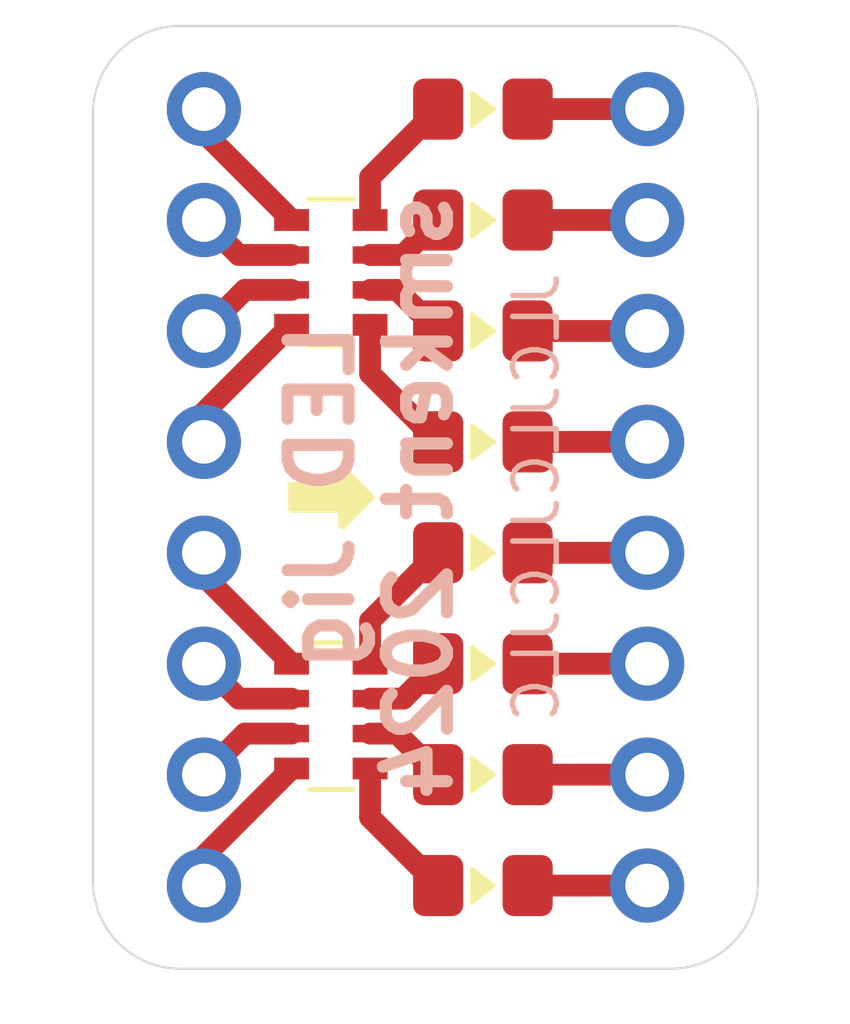
<source format=kicad_pcb>
(kicad_pcb (version 20240108) (generator "pcbnew") (generator_version "8.0")
  (layers (0 "F.Cu" signal) (31 "B.Cu" signal) (34 "B.Paste" user) (35 "F.Paste" user) (36 "B.SilkS" user "B.Silkscreen") (37 "F.SilkS" user "F.Silkscreen") (38 "B.Mask" user) (39 "F.Mask" user) (44 "Edge.Cuts" user))
  (net 0 "")
  (net 1 "LED4")
  (net 2 "LED3")
  (net 3 "LED1")
  (net 4 "LED2")
  (net 5 "Net-(LED1-A)")
  (net 6 "Net-(LED2-A)")
  (net 7 "Net-(LED3-A)")
  (net 8 "Net-(LED4-A)")
  (net 9 "LED8")
  (net 10 "LED6")
  (net 11 "LED5")
  (net 12 "LED7")
  (net 13 "Net-(LED5-A)")
  (net 14 "Net-(LED6-A)")
  (net 15 "Net-(LED7-A)")
  (net 16 "Net-(LED8-A)")
  (net 17 "LED6_OUT")
  (net 18 "LED8_OUT")
  (net 19 "LED5_OUT")
  (net 20 "LED1_OUT")
  (net 21 "LED2_OUT")
  (net 22 "LED7_OUT")
  (net 23 "LED3_OUT")
  (net 24 "LED4_OUT")
  (footprint "Resistor_SMD:R_Array_Convex_4x0603" (layer "F.Cu") (at 129.91 100.26)
    (property "Reference" "RN1" (hide yes))
    (property "Value" "R_Pack04_Split")
    (fp_line (start 0.5 -1.68) (end -0.5 -1.68) (stroke (width 0.12)) (layer "F.SilkS"))
    (fp_line (start 0.5 1.68) (end -0.5 1.68) (stroke (width 0.12)) (layer "F.SilkS"))
    (pad "1" smd rect (at -0.9 -1.2) (size 0.8 0.5) (layers "F.Cu" "F.Paste" "F.Mask") (net 3 "LED1"))
    (pad "2" smd rect (at -0.9 -0.4) (size 0.8 0.4) (layers "F.Cu" "F.Paste" "F.Mask") (net 4 "LED2"))
    (pad "3" smd rect (at -0.9 0.4) (size 0.8 0.4) (layers "F.Cu" "F.Paste" "F.Mask") (net 2 "LED3"))
    (pad "4" smd rect (at -0.9 1.2) (size 0.8 0.5) (layers "F.Cu" "F.Paste" "F.Mask") (net 1 "LED4"))
    (pad "5" smd rect (at 0.9 1.2) (size 0.8 0.5) (layers "F.Cu" "F.Paste" "F.Mask") (net 8 "Net-(LED4-A)"))
    (pad "6" smd rect (at 0.9 0.4) (size 0.8 0.4) (layers "F.Cu" "F.Paste" "F.Mask") (net 7 "Net-(LED3-A)"))
    (pad "7" smd rect (at 0.9 -0.4) (size 0.8 0.4) (layers "F.Cu" "F.Paste" "F.Mask") (net 6 "Net-(LED2-A)"))
    (pad "8" smd rect (at 0.9 -1.2) (size 0.8 0.5) (layers "F.Cu" "F.Paste" "F.Mask") (net 5 "Net-(LED1-A)"))
  )
  (footprint "custom:LED_0805_2012Metric_Pad1.15x1.40mm_HandSolder_simple" (layer "F.Cu") (at 133.395 104.14 180)
    (property "Reference" "LED4" (hide yes))
    (property "Value" "LED")
    (fp_poly (pts (xy 0.254 -0.381) (xy 0.254 0.381) (xy -0.254 0)) (stroke (width 0.1)) (fill solid) (layer "F.SilkS"))
    (pad "1" smd roundrect (at -1.025 0 180) (size 1.15 1.4) (layers "F.Cu" "F.Paste" "F.Mask") (roundrect_rratio 0.217391) (net 24 "LED4_OUT"))
    (pad "2" smd roundrect (at 1.025 0 180) (size 1.15 1.4) (layers "F.Cu" "F.Paste" "F.Mask") (roundrect_rratio 0.217391) (net 8 "Net-(LED4-A)"))
  )
  (footprint "custom:LED_0805_2012Metric_Pad1.15x1.40mm_HandSolder_simple" (layer "F.Cu") (at 133.395 99.06 180)
    (property "Reference" "LED2" (hide yes))
    (property "Value" "LED")
    (fp_poly (pts (xy 0.254 -0.381) (xy 0.254 0.381) (xy -0.254 0)) (stroke (width 0.1)) (fill solid) (layer "F.SilkS"))
    (pad "1" smd roundrect (at -1.025 0 180) (size 1.15 1.4) (layers "F.Cu" "F.Paste" "F.Mask") (roundrect_rratio 0.217391) (net 21 "LED2_OUT"))
    (pad "2" smd roundrect (at 1.025 0 180) (size 1.15 1.4) (layers "F.Cu" "F.Paste" "F.Mask") (roundrect_rratio 0.217391) (net 6 "Net-(LED2-A)"))
  )
  (footprint "custom:LED_0805_2012Metric_Pad1.15x1.40mm_HandSolder_simple" (layer "F.Cu") (at 133.395 96.52 180)
    (property "Reference" "LED1" (hide yes))
    (property "Value" "LED")
    (fp_poly (pts (xy 0.254 -0.381) (xy 0.254 0.381) (xy -0.254 0)) (stroke (width 0.1)) (fill solid) (layer "F.SilkS"))
    (pad "1" smd roundrect (at -1.025 0 180) (size 1.15 1.4) (layers "F.Cu" "F.Paste" "F.Mask") (roundrect_rratio 0.217391) (net 20 "LED1_OUT"))
    (pad "2" smd roundrect (at 1.025 0 180) (size 1.15 1.4) (layers "F.Cu" "F.Paste" "F.Mask") (roundrect_rratio 0.217391) (net 5 "Net-(LED1-A)"))
  )
  (footprint "custom:LED_0805_2012Metric_Pad1.15x1.40mm_HandSolder_simple" (layer "F.Cu") (at 133.395 109.22 180)
    (property "Reference" "LED6" (hide yes))
    (property "Value" "LED")
    (fp_poly (pts (xy 0.254 -0.381) (xy 0.254 0.381) (xy -0.254 0)) (stroke (width 0.1)) (fill solid) (layer "F.SilkS"))
    (pad "1" smd roundrect (at -1.025 0 180) (size 1.15 1.4) (layers "F.Cu" "F.Paste" "F.Mask") (roundrect_rratio 0.217391) (net 17 "LED6_OUT"))
    (pad "2" smd roundrect (at 1.025 0 180) (size 1.15 1.4) (layers "F.Cu" "F.Paste" "F.Mask") (roundrect_rratio 0.217391) (net 14 "Net-(LED6-A)"))
  )
  (footprint "custom:LED_0805_2012Metric_Pad1.15x1.40mm_HandSolder_simple" (layer "F.Cu") (at 133.395 114.3 180)
    (property "Reference" "LED8" (hide yes))
    (property "Value" "LED")
    (fp_poly (pts (xy 0.254 -0.381) (xy 0.254 0.381) (xy -0.254 0)) (stroke (width 0.1)) (fill solid) (layer "F.SilkS"))
    (pad "1" smd roundrect (at -1.025 0 180) (size 1.15 1.4) (layers "F.Cu" "F.Paste" "F.Mask") (roundrect_rratio 0.217391) (net 18 "LED8_OUT"))
    (pad "2" smd roundrect (at 1.025 0 180) (size 1.15 1.4) (layers "F.Cu" "F.Paste" "F.Mask") (roundrect_rratio 0.217391) (net 16 "Net-(LED8-A)"))
  )
  (footprint "custom:LED_0805_2012Metric_Pad1.15x1.40mm_HandSolder_simple" (layer "F.Cu") (at 133.395 101.6 180)
    (property "Reference" "LED3" (hide yes))
    (property "Value" "LED")
    (fp_poly (pts (xy 0.254 -0.381) (xy 0.254 0.381) (xy -0.254 0)) (stroke (width 0.1)) (fill solid) (layer "F.SilkS"))
    (pad "1" smd roundrect (at -1.025 0 180) (size 1.15 1.4) (layers "F.Cu" "F.Paste" "F.Mask") (roundrect_rratio 0.217391) (net 23 "LED3_OUT"))
    (pad "2" smd roundrect (at 1.025 0 180) (size 1.15 1.4) (layers "F.Cu" "F.Paste" "F.Mask") (roundrect_rratio 0.217391) (net 7 "Net-(LED3-A)"))
  )
  (footprint "custom:LED_0805_2012Metric_Pad1.15x1.40mm_HandSolder_simple" (layer "F.Cu") (at 133.395 106.68 180)
    (property "Reference" "LED5" (hide yes))
    (property "Value" "LED")
    (fp_poly (pts (xy 0.254 -0.381) (xy 0.254 0.381) (xy -0.254 0)) (stroke (width 0.1)) (fill solid) (layer "F.SilkS"))
    (pad "1" smd roundrect (at -1.025 0 180) (size 1.15 1.4) (layers "F.Cu" "F.Paste" "F.Mask") (roundrect_rratio 0.217391) (net 19 "LED5_OUT"))
    (pad "2" smd roundrect (at 1.025 0 180) (size 1.15 1.4) (layers "F.Cu" "F.Paste" "F.Mask") (roundrect_rratio 0.217391) (net 13 "Net-(LED5-A)"))
  )
  (footprint "Resistor_SMD:R_Array_Convex_4x0603" (layer "F.Cu") (at 129.91 110.42)
    (property "Reference" "RN2" (hide yes))
    (property "Value" "R_Pack04_Split")
    (fp_line (start 0.5 -1.68) (end -0.5 -1.68) (stroke (width 0.12)) (layer "F.SilkS"))
    (fp_line (start 0.5 1.68) (end -0.5 1.68) (stroke (width 0.12)) (layer "F.SilkS"))
    (pad "1" smd rect (at -0.9 -1.2) (size 0.8 0.5) (layers "F.Cu" "F.Paste" "F.Mask") (net 11 "LED5"))
    (pad "2" smd rect (at -0.9 -0.4) (size 0.8 0.4) (layers "F.Cu" "F.Paste" "F.Mask") (net 10 "LED6"))
    (pad "3" smd rect (at -0.9 0.4) (size 0.8 0.4) (layers "F.Cu" "F.Paste" "F.Mask") (net 12 "LED7"))
    (pad "4" smd rect (at -0.9 1.2) (size 0.8 0.5) (layers "F.Cu" "F.Paste" "F.Mask") (net 9 "LED8"))
    (pad "5" smd rect (at 0.9 1.2) (size 0.8 0.5) (layers "F.Cu" "F.Paste" "F.Mask") (net 16 "Net-(LED8-A)"))
    (pad "6" smd rect (at 0.9 0.4) (size 0.8 0.4) (layers "F.Cu" "F.Paste" "F.Mask") (net 15 "Net-(LED7-A)"))
    (pad "7" smd rect (at 0.9 -0.4) (size 0.8 0.4) (layers "F.Cu" "F.Paste" "F.Mask") (net 14 "Net-(LED6-A)"))
    (pad "8" smd rect (at 0.9 -1.2) (size 0.8 0.5) (layers "F.Cu" "F.Paste" "F.Mask") (net 13 "Net-(LED5-A)"))
  )
  (footprint "custom:LED_0805_2012Metric_Pad1.15x1.40mm_HandSolder_simple" (layer "F.Cu") (at 133.395 111.76 180)
    (property "Reference" "LED7" (hide yes))
    (property "Value" "LED")
    (fp_poly (pts (xy 0.254 -0.381) (xy 0.254 0.381) (xy -0.254 0)) (stroke (width 0.1)) (fill solid) (layer "F.SilkS"))
    (pad "1" smd roundrect (at -1.025 0 180) (size 1.15 1.4) (layers "F.Cu" "F.Paste" "F.Mask") (roundrect_rratio 0.217391) (net 22 "LED7_OUT"))
    (pad "2" smd roundrect (at 1.025 0 180) (size 1.15 1.4) (layers "F.Cu" "F.Paste" "F.Mask") (roundrect_rratio 0.217391) (net 15 "Net-(LED7-A)"))
  )
  (footprint "custom:PinHeader_1x08_P2.54mm_Vertical_simple" (layer "B.Cu") (at 127 96.52 180)
    (property "Reference" "J1" (hide yes))
    (property "Value" "Conn_01x08")
    (pad "1" thru_hole oval (at 0 0 180) (size 1.7 1.7) (drill 1) (layers "*.Cu" "*.Mask") (net 3 "LED1"))
    (pad "2" thru_hole oval (at 0 -2.54 180) (size 1.7 1.7) (drill 1) (layers "*.Cu" "*.Mask") (net 4 "LED2"))
    (pad "3" thru_hole oval (at 0 -5.08 180) (size 1.7 1.7) (drill 1) (layers "*.Cu" "*.Mask") (net 2 "LED3"))
    (pad "4" thru_hole oval (at 0 -7.62 180) (size 1.7 1.7) (drill 1) (layers "*.Cu" "*.Mask") (net 1 "LED4"))
    (pad "5" thru_hole oval (at 0 -10.16 180) (size 1.7 1.7) (drill 1) (layers "*.Cu" "*.Mask") (net 11 "LED5"))
    (pad "6" thru_hole oval (at 0 -12.7 180) (size 1.7 1.7) (drill 1) (layers "*.Cu" "*.Mask") (net 10 "LED6"))
    (pad "7" thru_hole oval (at 0 -15.24 180) (size 1.7 1.7) (drill 1) (layers "*.Cu" "*.Mask") (net 12 "LED7"))
    (pad "8" thru_hole oval (at 0 -17.78 180) (size 1.7 1.7) (drill 1) (layers "*.Cu" "*.Mask") (net 9 "LED8"))
  )
  (footprint "custom:PinHeader_1x08_P2.54mm_Vertical_simple" (layer "B.Cu") (at 137.16 96.52 180)
    (property "Reference" "J2" (hide yes))
    (property "Value" "Conn_01x08")
    (pad "1" thru_hole oval (at 0 0 180) (size 1.7 1.7) (drill 1) (layers "*.Cu" "*.Mask") (net 20 "LED1_OUT"))
    (pad "2" thru_hole oval (at 0 -2.54 180) (size 1.7 1.7) (drill 1) (layers "*.Cu" "*.Mask") (net 21 "LED2_OUT"))
    (pad "3" thru_hole oval (at 0 -5.08 180) (size 1.7 1.7) (drill 1) (layers "*.Cu" "*.Mask") (net 23 "LED3_OUT"))
    (pad "4" thru_hole oval (at 0 -7.62 180) (size 1.7 1.7) (drill 1) (layers "*.Cu" "*.Mask") (net 24 "LED4_OUT"))
    (pad "5" thru_hole oval (at 0 -10.16 180) (size 1.7 1.7) (drill 1) (layers "*.Cu" "*.Mask") (net 19 "LED5_OUT"))
    (pad "6" thru_hole oval (at 0 -12.7 180) (size 1.7 1.7) (drill 1) (layers "*.Cu" "*.Mask") (net 17 "LED6_OUT"))
    (pad "7" thru_hole oval (at 0 -15.24 180) (size 1.7 1.7) (drill 1) (layers "*.Cu" "*.Mask") (net 22 "LED7_OUT"))
    (pad "8" thru_hole oval (at 0 -17.78 180) (size 1.7 1.7) (drill 1) (layers "*.Cu" "*.Mask") (net 18 "LED8_OUT"))
  )
  (gr_poly (pts (xy 130.175 104.775) (xy 130.175 106.045) (xy 130.81 105.41)) (stroke (width 0.2)) (fill solid) (layer "F.SilkS"))
  (gr_rect (start 129.032 105.156) (end 130.302 105.664) (stroke (width 0.2)) (fill solid) (layer "F.SilkS"))
  (gr_arc (start 137.7 94.615) (mid 139.114214 95.200786) (end 139.7 96.615) (stroke (width 0.05)) (layer "Edge.Cuts"))
  (gr_line (start 126.46 94.615) (end 137.7 94.615) (stroke (width 0.05)) (layer "Edge.Cuts"))
  (gr_line (start 137.7 116.205) (end 126.46 116.205) (stroke (width 0.05)) (layer "Edge.Cuts"))
  (gr_line (start 139.7 96.615) (end 139.7 114.205) (stroke (width 0.05)) (layer "Edge.Cuts"))
  (gr_line (start 124.46 114.205) (end 124.46 96.615) (stroke (width 0.05)) (layer "Edge.Cuts"))
  (gr_arc (start 126.46 116.205) (mid 125.045786 115.619214) (end 124.46 114.205) (stroke (width 0.05)) (layer "Edge.Cuts"))
  (gr_arc (start 124.46 96.615) (mid 125.045786 95.200786) (end 126.46 94.615) (stroke (width 0.05)) (layer "Edge.Cuts"))
  (gr_arc (start 139.7 114.205) (mid 139.114214 115.619214) (end 137.7 116.205) (stroke (width 0.05)) (layer "Edge.Cuts"))
  (gr_text "JLCJLCJLCJLC" (at 134.62 105.41 90) (layer "B.SilkS") (effects (font (size 1 1) (thickness 0.125)) (justify mirror)))
  (gr_text "LED Jig\nsmkent 2024" (at 130.81 105.41 90) (layer "B.SilkS") (effects (font (size 1.4 1.4) (thickness 0.28) (bold yes)) (justify mirror)))
  (segment (start 127 104.14) (end 127 103.47) (width 0.5) (layer "F.Cu") (net 1))
  (segment (start 127 103.47) (end 129.01 101.46) (width 0.5) (layer "F.Cu") (net 1))
  (segment (start 127.94 100.66) (end 129.01 100.66) (width 0.5) (layer "F.Cu") (net 2))
  (segment (start 127 101.6) (end 127.94 100.66) (width 0.5) (layer "F.Cu") (net 2))
  (segment (start 127 97.05) (end 129.01 99.06) (width 0.5) (layer "F.Cu") (net 3))
  (segment (start 127 96.52) (end 127 97.05) (width 0.5) (layer "F.Cu") (net 3))
  (segment (start 127.8 99.86) (end 129.01 99.86) (width 0.5) (layer "F.Cu") (net 4))
  (segment (start 127 99.06) (end 127.8 99.86) (width 0.5) (layer "F.Cu") (net 4))
  (segment (start 130.81 98.08) (end 132.37 96.52) (width 0.5) (layer "F.Cu") (net 5))
  (segment (start 130.81 99.06) (end 130.81 98.08) (width 0.5) (layer "F.Cu") (net 5))
  (segment (start 130.81 99.86) (end 131.57 99.86) (width 0.5) (layer "F.Cu") (net 6))
  (segment (start 131.57 99.86) (end 132.37 99.06) (width 0.5) (layer "F.Cu") (net 6))
  (segment (start 130.81 100.66) (end 131.43 100.66) (width 0.5) (layer "F.Cu") (net 7))
  (segment (start 131.43 100.66) (end 132.37 101.6) (width 0.5) (layer "F.Cu") (net 7))
  (segment (start 130.81 101.46) (end 130.81 102.58) (width 0.5) (layer "F.Cu") (net 8))
  (segment (start 130.81 102.58) (end 132.37 104.14) (width 0.5) (layer "F.Cu") (net 8))
  (segment (start 127 113.63) (end 129.01 111.62) (width 0.5) (layer "F.Cu") (net 9))
  (segment (start 127 114.3) (end 127 113.63) (width 0.5) (layer "F.Cu") (net 9))
  (segment (start 127 109.22) (end 127.8 110.02) (width 0.5) (layer "F.Cu") (net 10))
  (segment (start 127.8 110.02) (end 129.01 110.02) (width 0.5) (layer "F.Cu") (net 10))
  (segment (start 127 107.21) (end 129.01 109.22) (width 0.5) (layer "F.Cu") (net 11))
  (segment (start 127 106.68) (end 127 107.21) (width 0.5) (layer "F.Cu") (net 11))
  (segment (start 127 111.76) (end 127.94 110.82) (width 0.5) (layer "F.Cu") (net 12))
  (segment (start 127.94 110.82) (end 129.01 110.82) (width 0.5) (layer "F.Cu") (net 12))
  (segment (start 130.81 109.22) (end 130.81 108.24) (width 0.5) (layer "F.Cu") (net 13))
  (segment (start 130.81 108.24) (end 132.37 106.68) (width 0.5) (layer "F.Cu") (net 13))
  (segment (start 130.81 110.02) (end 131.57 110.02) (width 0.5) (layer "F.Cu") (net 14))
  (segment (start 131.57 110.02) (end 132.37 109.22) (width 0.5) (layer "F.Cu") (net 14))
  (segment (start 130.81 110.82) (end 131.43 110.82) (width 0.5) (layer "F.Cu") (net 15))
  (segment (start 131.43 110.82) (end 132.37 111.76) (width 0.5) (layer "F.Cu") (net 15))
  (segment (start 130.81 111.62) (end 130.81 112.74) (width 0.5) (layer "F.Cu") (net 16))
  (segment (start 130.81 112.74) (end 132.37 114.3) (width 0.5) (layer "F.Cu") (net 16))
  (segment (start 134.42 109.22) (end 137.16 109.22) (width 0.5) (layer "F.Cu") (net 17))
  (segment (start 134.42 114.3) (end 137.16 114.3) (width 0.5) (layer "F.Cu") (net 18))
  (segment (start 137.16 106.68) (end 134.42 106.68) (width 0.5) (layer "F.Cu") (net 19))
  (segment (start 134.42 96.52) (end 137.16 96.52) (width 0.5) (layer "F.Cu") (net 20))
  (segment (start 134.42 99.06) (end 137.16 99.06) (width 0.5) (layer "F.Cu") (net 21))
  (segment (start 137.16 111.76) (end 134.42 111.76) (width 0.5) (layer "F.Cu") (net 22))
  (segment (start 137.16 101.6) (end 134.42 101.6) (width 0.5) (layer "F.Cu") (net 23))
  (segment (start 134.42 104.14) (end 137.16 104.14) (width 0.5) (layer "F.Cu") (net 24))
)
</source>
